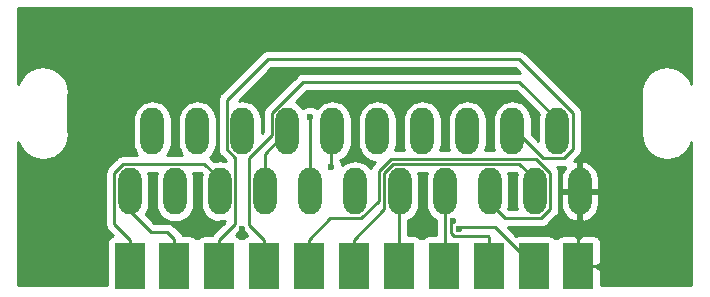
<source format=gbl>
G04 #@! TF.GenerationSoftware,KiCad,Pcbnew,(5.1.0)-1*
G04 #@! TF.CreationDate,2019-08-09T15:15:48-04:00*
G04 #@! TF.ProjectId,EUROSCART_2_JP21,4555524f-5343-4415-9254-5f325f4a5032,rev?*
G04 #@! TF.SameCoordinates,Original*
G04 #@! TF.FileFunction,Copper,L2,Bot*
G04 #@! TF.FilePolarity,Positive*
%FSLAX46Y46*%
G04 Gerber Fmt 4.6, Leading zero omitted, Abs format (unit mm)*
G04 Created by KiCad (PCBNEW (5.1.0)-1) date 2019-08-09 15:15:48*
%MOMM*%
%LPD*%
G04 APERTURE LIST*
%ADD10R,2.500000X4.000000*%
%ADD11O,1.981200X3.962400*%
%ADD12C,0.600000*%
%ADD13C,0.250000*%
%ADD14C,0.254000*%
G04 APERTURE END LIST*
D10*
X114725000Y-91840501D03*
X118525000Y-91840501D03*
X122325000Y-91840501D03*
X126125000Y-91840501D03*
X129925000Y-91840501D03*
X133725000Y-91840501D03*
X137525000Y-91840501D03*
X141325000Y-91840501D03*
X145125000Y-91840501D03*
X148925000Y-91840501D03*
X152725000Y-91840501D03*
D11*
X114750000Y-85480000D03*
X116655000Y-80400000D03*
X118560000Y-85480000D03*
X120465000Y-80400000D03*
X122370000Y-85480000D03*
X124275000Y-80400000D03*
X126180000Y-85480000D03*
X128085000Y-80400000D03*
X129990000Y-85480000D03*
X131895000Y-80400000D03*
X133800000Y-85480000D03*
X135705000Y-80400000D03*
X137610000Y-85480000D03*
X139515000Y-80400000D03*
X141420000Y-85480000D03*
X143325000Y-80400000D03*
X145230000Y-85480000D03*
X147135000Y-80400000D03*
X149040000Y-85480000D03*
X150945000Y-80400000D03*
X152850000Y-85480000D03*
D12*
X142100000Y-88000000D03*
X142575000Y-88643721D03*
X131800000Y-83400000D03*
X130000000Y-79200000D03*
X160000000Y-70400000D03*
X157500000Y-70400000D03*
X155000000Y-70400000D03*
X152500000Y-70400000D03*
X150000000Y-70400000D03*
X147500000Y-70400000D03*
X145000000Y-70400000D03*
X142500000Y-70400000D03*
X140000000Y-70400000D03*
X137500000Y-70400000D03*
X135000000Y-70400000D03*
X132500000Y-70400000D03*
X130000000Y-70400000D03*
X127500000Y-70400000D03*
X125000000Y-70400000D03*
X122500000Y-70400000D03*
X120000000Y-70400000D03*
X117500000Y-70400000D03*
X115000000Y-70400000D03*
X112500000Y-70400000D03*
X110000000Y-70400000D03*
X107500000Y-70400000D03*
X155000000Y-92500000D03*
X160000000Y-72500000D03*
X107500000Y-72500000D03*
X107500000Y-92500000D03*
X110000000Y-92500000D03*
X111700000Y-86200000D03*
X111700000Y-82500000D03*
X113300000Y-79700000D03*
X117000000Y-77300000D03*
X126200000Y-76700000D03*
X130500000Y-77300000D03*
X124200000Y-88700000D03*
X122600000Y-88200000D03*
X120300000Y-88600000D03*
X116600000Y-87400000D03*
X116600000Y-84200000D03*
X137600000Y-78000000D03*
X133800000Y-79500000D03*
X148400000Y-88800000D03*
X139500000Y-85400000D03*
X147100000Y-85400000D03*
X106800000Y-84900000D03*
X106900000Y-87600000D03*
X106500000Y-90000000D03*
X156600000Y-92600000D03*
X160300000Y-89900000D03*
X160600000Y-87600000D03*
X160600000Y-84900000D03*
X161100000Y-92499998D03*
D13*
X149040000Y-84489400D02*
X149040000Y-85480000D01*
X147724390Y-83173790D02*
X149040000Y-84489400D01*
X137065057Y-83173790D02*
X147724390Y-83173790D01*
X136294390Y-83944457D02*
X137065057Y-83173790D01*
X136294390Y-87021111D02*
X136294390Y-83944457D01*
X133725000Y-89590501D02*
X136294390Y-87021111D01*
X133725000Y-91840501D02*
X133725000Y-89590501D01*
X137525000Y-85565000D02*
X137610000Y-85480000D01*
X137525000Y-91840501D02*
X137525000Y-85565000D01*
X141420000Y-88580000D02*
X141420000Y-85480000D01*
X141400000Y-88600000D02*
X141420000Y-88580000D01*
X141400000Y-91015501D02*
X141400000Y-88600000D01*
X141325000Y-91840501D02*
X141325000Y-91090501D01*
X141325000Y-91090501D02*
X141400000Y-91015501D01*
X126180000Y-82305000D02*
X128085000Y-80400000D01*
X126180000Y-85480000D02*
X126180000Y-82305000D01*
X141900000Y-88200000D02*
X142100000Y-88000000D01*
X141900000Y-89000000D02*
X141900000Y-88200000D01*
X142200000Y-89300000D02*
X141900000Y-89000000D01*
X145100000Y-89300000D02*
X142200000Y-89300000D01*
X145125000Y-91840501D02*
X145125000Y-89325000D01*
X145125000Y-89325000D02*
X145100000Y-89300000D01*
X148925000Y-91840501D02*
X148925000Y-91090501D01*
X145619501Y-88500000D02*
X142550010Y-88500000D01*
X148925000Y-91840501D02*
X148925000Y-91805499D01*
X148925000Y-91805499D02*
X145619501Y-88500000D01*
X142550010Y-88500000D02*
X142550010Y-88618731D01*
X142550010Y-88618731D02*
X142575000Y-88643721D01*
X131800000Y-80495000D02*
X131895000Y-80400000D01*
X131800000Y-83400000D02*
X131800000Y-80495000D01*
X130000000Y-85470000D02*
X129990000Y-85480000D01*
X130000000Y-79200000D02*
X130000000Y-85470000D01*
X152725000Y-85605000D02*
X152850000Y-85480000D01*
X152725000Y-91840501D02*
X152725000Y-85605000D01*
X152725000Y-91840501D02*
X160440503Y-91840501D01*
X160800001Y-92199999D02*
X161100000Y-92499998D01*
X160440503Y-91840501D02*
X160800001Y-92199999D01*
X122370000Y-84489400D02*
X122370000Y-85480000D01*
X121054390Y-83173790D02*
X122370000Y-84489400D01*
X114205057Y-83173790D02*
X121054390Y-83173790D01*
X113434390Y-83944457D02*
X114205057Y-83173790D01*
X113434390Y-88299891D02*
X113434390Y-83944457D01*
X114725000Y-89590501D02*
X113434390Y-88299891D01*
X114725000Y-91840501D02*
X114725000Y-89590501D01*
X114750000Y-87150000D02*
X114750000Y-85480000D01*
X116500000Y-88900000D02*
X114750000Y-87150000D01*
X117900000Y-88900000D02*
X116500000Y-88900000D01*
X118525000Y-91840501D02*
X118525000Y-89525000D01*
X118525000Y-89525000D02*
X117900000Y-88900000D01*
X122325000Y-91840501D02*
X122325000Y-91090501D01*
X149753773Y-82706210D02*
X147447563Y-80400000D01*
X152260610Y-81935543D02*
X151489943Y-82706210D01*
X152260610Y-78864457D02*
X152260610Y-81935543D01*
X122325000Y-89590501D02*
X123685610Y-88229891D01*
X151489943Y-82706210D02*
X149753773Y-82706210D01*
X122325000Y-91840501D02*
X122325000Y-89590501D01*
X147696153Y-74300000D02*
X152260610Y-78864457D01*
X123685610Y-82661763D02*
X122959390Y-81935543D01*
X147447563Y-80400000D02*
X147135000Y-80400000D01*
X126400000Y-74300000D02*
X147696153Y-74300000D01*
X122959390Y-81935543D02*
X122959390Y-77740610D01*
X123685610Y-88229891D02*
X123685610Y-82661763D01*
X122959390Y-77740610D02*
X126400000Y-74300000D01*
X126125000Y-91840501D02*
X126125000Y-91090501D01*
X126769390Y-78864457D02*
X129433847Y-76200000D01*
X126769390Y-80756763D02*
X126769390Y-78864457D01*
X124864390Y-82661763D02*
X126769390Y-80756763D01*
X124864390Y-88329891D02*
X124864390Y-82661763D01*
X126125000Y-91840501D02*
X126125000Y-89590501D01*
X126125000Y-89590501D02*
X124864390Y-88329891D01*
X150945000Y-79409400D02*
X150945000Y-80400000D01*
X147735600Y-76200000D02*
X150945000Y-79409400D01*
X129433847Y-76200000D02*
X147735600Y-76200000D01*
X145230000Y-86470600D02*
X145230000Y-85480000D01*
X146545610Y-87786210D02*
X145230000Y-86470600D01*
X149584943Y-87786210D02*
X146545610Y-87786210D01*
X150355610Y-87015543D02*
X149584943Y-87786210D01*
X150355610Y-83944457D02*
X150355610Y-87015543D01*
X135844381Y-83758056D02*
X136878657Y-82723780D01*
X135844380Y-86286773D02*
X135844381Y-83758056D01*
X134344943Y-87786210D02*
X135844380Y-86286773D01*
X149134933Y-82723780D02*
X150355610Y-83944457D01*
X131729291Y-87786210D02*
X134344943Y-87786210D01*
X129925000Y-89590501D02*
X131729291Y-87786210D01*
X136878657Y-82723780D02*
X149134933Y-82723780D01*
X129925000Y-91840501D02*
X129925000Y-89590501D01*
D14*
G36*
X162290001Y-76437191D02*
G01*
X162245868Y-76298068D01*
X162222290Y-76243058D01*
X162199508Y-76187783D01*
X162195125Y-76179677D01*
X162051836Y-75919034D01*
X162018048Y-75869687D01*
X161984936Y-75819850D01*
X161979062Y-75812749D01*
X161787876Y-75584904D01*
X161745146Y-75543060D01*
X161702987Y-75500605D01*
X161695846Y-75494781D01*
X161464045Y-75308408D01*
X161414031Y-75275680D01*
X161364398Y-75242202D01*
X161356261Y-75237876D01*
X161092675Y-75100077D01*
X161037219Y-75077672D01*
X160982068Y-75054488D01*
X160973246Y-75051825D01*
X160687915Y-74967847D01*
X160629175Y-74956642D01*
X160570558Y-74944609D01*
X160561386Y-74943710D01*
X160265178Y-74916753D01*
X160205361Y-74917171D01*
X160145544Y-74916753D01*
X160136372Y-74917653D01*
X159840569Y-74948742D01*
X159781972Y-74960771D01*
X159723210Y-74971980D01*
X159714388Y-74974644D01*
X159430257Y-75062598D01*
X159375139Y-75085768D01*
X159319650Y-75108186D01*
X159311514Y-75112513D01*
X159049878Y-75253979D01*
X159000311Y-75287412D01*
X158950232Y-75320183D01*
X158943091Y-75326008D01*
X158713915Y-75515597D01*
X158671774Y-75558034D01*
X158629024Y-75599897D01*
X158623150Y-75606998D01*
X158435164Y-75837492D01*
X158402049Y-75887334D01*
X158368265Y-75936674D01*
X158363882Y-75944781D01*
X158224246Y-76207399D01*
X158201458Y-76262687D01*
X158177886Y-76317683D01*
X158175162Y-76326487D01*
X158089193Y-76611225D01*
X158077570Y-76669925D01*
X158065137Y-76728419D01*
X158064174Y-76737584D01*
X158035150Y-77033596D01*
X158035150Y-77162406D01*
X158055801Y-77266697D01*
X158055800Y-80487952D01*
X158045478Y-80521300D01*
X158036932Y-80602622D01*
X158035299Y-80610870D01*
X158035299Y-80618164D01*
X158032016Y-80649404D01*
X158032016Y-80658620D01*
X158032165Y-80679898D01*
X158035298Y-80709700D01*
X158035298Y-80739680D01*
X158036262Y-80748844D01*
X158069416Y-81044424D01*
X158081853Y-81102936D01*
X158093471Y-81161614D01*
X158096196Y-81170413D01*
X158096197Y-81170419D01*
X158096199Y-81170425D01*
X158186130Y-81453928D01*
X158209691Y-81508899D01*
X158232491Y-81564217D01*
X158236874Y-81572323D01*
X158380163Y-81832965D01*
X158413947Y-81882305D01*
X158447062Y-81932147D01*
X158452936Y-81939247D01*
X158644122Y-82167094D01*
X158686853Y-82208939D01*
X158729013Y-82251395D01*
X158736155Y-82257219D01*
X158967956Y-82443591D01*
X159017968Y-82476318D01*
X159067600Y-82509795D01*
X159075737Y-82514121D01*
X159339323Y-82651921D01*
X159394783Y-82674328D01*
X159449931Y-82697511D01*
X159458753Y-82700174D01*
X159744083Y-82784152D01*
X159802837Y-82795360D01*
X159861441Y-82807390D01*
X159870613Y-82808289D01*
X160166820Y-82835246D01*
X160226638Y-82834828D01*
X160286455Y-82835246D01*
X160295626Y-82834347D01*
X160591430Y-82803257D01*
X160650017Y-82791230D01*
X160708787Y-82780020D01*
X160717609Y-82777356D01*
X161001740Y-82689403D01*
X161056883Y-82666223D01*
X161112348Y-82643814D01*
X161120485Y-82639487D01*
X161382121Y-82498021D01*
X161431705Y-82464576D01*
X161481768Y-82431816D01*
X161488909Y-82425992D01*
X161718085Y-82236401D01*
X161760224Y-82193966D01*
X161802974Y-82152103D01*
X161808848Y-82145002D01*
X161996834Y-81914509D01*
X162029938Y-81864682D01*
X162063733Y-81815327D01*
X162068116Y-81807221D01*
X162207753Y-81544603D01*
X162230560Y-81489269D01*
X162254114Y-81434314D01*
X162256838Y-81425515D01*
X162256840Y-81425509D01*
X162290001Y-81315674D01*
X162290000Y-93390000D01*
X154612265Y-93390000D01*
X154610000Y-92126251D01*
X154451250Y-91967501D01*
X154327000Y-91967501D01*
X154327000Y-91713501D01*
X154451250Y-91713501D01*
X154610000Y-91554751D01*
X154613072Y-89840501D01*
X154600812Y-89716019D01*
X154564502Y-89596321D01*
X154505537Y-89486007D01*
X154426185Y-89389316D01*
X154329494Y-89309964D01*
X154219180Y-89250999D01*
X154099482Y-89214689D01*
X153975000Y-89202429D01*
X153010750Y-89205501D01*
X152852000Y-89364251D01*
X152852000Y-89473000D01*
X152598000Y-89473000D01*
X152598000Y-89364251D01*
X152439250Y-89205501D01*
X151475000Y-89202429D01*
X151350518Y-89214689D01*
X151230820Y-89250999D01*
X151120506Y-89309964D01*
X151023815Y-89389316D01*
X150955138Y-89473000D01*
X150694862Y-89473000D01*
X150626185Y-89389316D01*
X150529494Y-89309964D01*
X150419180Y-89250999D01*
X150299482Y-89214689D01*
X150175000Y-89202429D01*
X147675000Y-89202429D01*
X147550518Y-89214689D01*
X147441931Y-89247629D01*
X146740512Y-88546210D01*
X149547621Y-88546210D01*
X149584943Y-88549886D01*
X149622265Y-88546210D01*
X149622276Y-88546210D01*
X149733929Y-88535213D01*
X149877190Y-88491756D01*
X150009219Y-88421184D01*
X150124944Y-88326211D01*
X150148746Y-88297208D01*
X150866612Y-87579342D01*
X150895611Y-87555544D01*
X150990584Y-87439819D01*
X151061156Y-87307790D01*
X151104613Y-87164529D01*
X151115610Y-87052876D01*
X151115610Y-87052868D01*
X151119286Y-87015543D01*
X151115610Y-86978218D01*
X151115610Y-85607000D01*
X151224400Y-85607000D01*
X151224400Y-86597600D01*
X151280412Y-86912299D01*
X151396742Y-87210023D01*
X151568920Y-87479332D01*
X151790329Y-87709876D01*
X152052461Y-87892795D01*
X152345242Y-88021060D01*
X152471041Y-88051411D01*
X152723000Y-87931942D01*
X152723000Y-85607000D01*
X152977000Y-85607000D01*
X152977000Y-87931942D01*
X153228959Y-88051411D01*
X153354758Y-88021060D01*
X153647539Y-87892795D01*
X153909671Y-87709876D01*
X154131080Y-87479332D01*
X154303258Y-87210023D01*
X154419588Y-86912299D01*
X154475600Y-86597600D01*
X154475600Y-85607000D01*
X152977000Y-85607000D01*
X152723000Y-85607000D01*
X151224400Y-85607000D01*
X151115610Y-85607000D01*
X151115610Y-83981780D01*
X151119286Y-83944457D01*
X151115610Y-83907134D01*
X151115610Y-83907124D01*
X151104613Y-83795471D01*
X151061156Y-83652210D01*
X150990584Y-83520180D01*
X150946291Y-83466210D01*
X151452621Y-83466210D01*
X151489943Y-83469886D01*
X151527265Y-83466210D01*
X151527276Y-83466210D01*
X151588606Y-83460169D01*
X151568920Y-83480668D01*
X151396742Y-83749977D01*
X151280412Y-84047701D01*
X151224400Y-84362400D01*
X151224400Y-85353000D01*
X152723000Y-85353000D01*
X152723000Y-83028058D01*
X152977000Y-83028058D01*
X152977000Y-85353000D01*
X154475600Y-85353000D01*
X154475600Y-84362400D01*
X154419588Y-84047701D01*
X154303258Y-83749977D01*
X154131080Y-83480668D01*
X153909671Y-83250124D01*
X153647539Y-83067205D01*
X153354758Y-82938940D01*
X153228959Y-82908589D01*
X152977000Y-83028058D01*
X152723000Y-83028058D01*
X152471041Y-82908589D01*
X152345242Y-82938940D01*
X152321701Y-82949253D01*
X152771612Y-82499342D01*
X152800611Y-82475544D01*
X152895584Y-82359819D01*
X152966156Y-82227790D01*
X153009613Y-82084529D01*
X153020610Y-81972876D01*
X153020610Y-81972868D01*
X153024286Y-81935543D01*
X153020610Y-81898218D01*
X153020610Y-78901779D01*
X153024286Y-78864457D01*
X153020610Y-78827134D01*
X153020610Y-78827124D01*
X153009613Y-78715471D01*
X152966156Y-78572210D01*
X152931674Y-78507700D01*
X152895584Y-78440180D01*
X152824409Y-78353454D01*
X152800611Y-78324456D01*
X152771614Y-78300659D01*
X148259957Y-73789003D01*
X148236154Y-73759999D01*
X148120429Y-73665026D01*
X147988400Y-73594454D01*
X147845139Y-73550997D01*
X147733486Y-73540000D01*
X147733475Y-73540000D01*
X147696153Y-73536324D01*
X147658831Y-73540000D01*
X126437322Y-73540000D01*
X126399999Y-73536324D01*
X126362676Y-73540000D01*
X126362667Y-73540000D01*
X126251014Y-73550997D01*
X126107753Y-73594454D01*
X125975724Y-73665026D01*
X125859999Y-73759999D01*
X125836201Y-73788997D01*
X122448388Y-77176811D01*
X122419390Y-77200609D01*
X122395592Y-77229607D01*
X122395591Y-77229608D01*
X122324416Y-77316334D01*
X122253844Y-77448364D01*
X122210388Y-77591625D01*
X122195714Y-77740610D01*
X122199391Y-77777942D01*
X122199390Y-81898220D01*
X122195714Y-81935543D01*
X122199390Y-81972865D01*
X122199390Y-81972875D01*
X122210387Y-82084528D01*
X122240494Y-82183779D01*
X122253844Y-82227789D01*
X122324416Y-82359819D01*
X122357506Y-82400139D01*
X122419389Y-82475544D01*
X122448392Y-82499346D01*
X122900678Y-82951633D01*
X122688673Y-82887322D01*
X122370000Y-82855935D01*
X122051328Y-82887322D01*
X121891275Y-82935873D01*
X121618194Y-82662793D01*
X121594391Y-82633789D01*
X121553504Y-82600234D01*
X121620034Y-82545634D01*
X121823177Y-82298105D01*
X121974125Y-82015700D01*
X122067078Y-81709273D01*
X122090600Y-81470454D01*
X122090600Y-79329546D01*
X122067078Y-79090727D01*
X121974125Y-78784300D01*
X121823177Y-78501895D01*
X121620034Y-78254366D01*
X121372505Y-78051223D01*
X121090100Y-77900275D01*
X120783673Y-77807322D01*
X120465000Y-77775935D01*
X120146328Y-77807322D01*
X119839901Y-77900275D01*
X119557496Y-78051223D01*
X119309967Y-78254366D01*
X119106824Y-78501895D01*
X118955876Y-78784300D01*
X118862923Y-79090727D01*
X118839401Y-79329546D01*
X118839400Y-81470453D01*
X118862922Y-81709272D01*
X118955875Y-82015699D01*
X119106823Y-82298104D01*
X119201764Y-82413790D01*
X117918236Y-82413790D01*
X118013177Y-82298105D01*
X118164125Y-82015700D01*
X118257078Y-81709273D01*
X118280600Y-81470454D01*
X118280600Y-79329546D01*
X118257078Y-79090727D01*
X118164125Y-78784300D01*
X118013177Y-78501895D01*
X117810034Y-78254366D01*
X117562505Y-78051223D01*
X117280100Y-77900275D01*
X116973673Y-77807322D01*
X116655000Y-77775935D01*
X116336328Y-77807322D01*
X116029901Y-77900275D01*
X115747496Y-78051223D01*
X115499967Y-78254366D01*
X115296824Y-78501895D01*
X115145876Y-78784300D01*
X115052923Y-79090727D01*
X115029401Y-79329546D01*
X115029400Y-81470453D01*
X115052922Y-81709272D01*
X115145875Y-82015699D01*
X115296823Y-82298104D01*
X115391764Y-82413790D01*
X114242382Y-82413790D01*
X114205057Y-82410114D01*
X114167732Y-82413790D01*
X114167724Y-82413790D01*
X114056071Y-82424787D01*
X113912810Y-82468244D01*
X113780781Y-82538816D01*
X113665056Y-82633789D01*
X113641258Y-82662788D01*
X112923388Y-83380658D01*
X112894390Y-83404456D01*
X112870592Y-83433454D01*
X112870591Y-83433455D01*
X112799416Y-83520181D01*
X112728844Y-83652211D01*
X112685388Y-83795472D01*
X112670714Y-83944457D01*
X112674391Y-83981789D01*
X112674390Y-88262568D01*
X112670714Y-88299891D01*
X112674390Y-88337213D01*
X112674390Y-88337223D01*
X112685387Y-88448876D01*
X112716028Y-88549886D01*
X112728844Y-88592137D01*
X112799416Y-88724167D01*
X112831942Y-88763799D01*
X112894389Y-88839892D01*
X112923393Y-88863695D01*
X113292106Y-89232408D01*
X113230820Y-89250999D01*
X113120506Y-89309964D01*
X113023815Y-89389316D01*
X112944463Y-89486007D01*
X112885498Y-89596321D01*
X112849188Y-89716019D01*
X112836928Y-89840501D01*
X112836928Y-93390000D01*
X105310000Y-93390000D01*
X105310000Y-81314810D01*
X105354130Y-81453928D01*
X105377691Y-81508899D01*
X105400491Y-81564217D01*
X105404874Y-81572323D01*
X105548163Y-81832965D01*
X105581947Y-81882305D01*
X105615062Y-81932147D01*
X105620936Y-81939247D01*
X105812122Y-82167094D01*
X105854853Y-82208939D01*
X105897013Y-82251395D01*
X105904155Y-82257219D01*
X106135956Y-82443591D01*
X106185968Y-82476318D01*
X106235600Y-82509795D01*
X106243737Y-82514121D01*
X106507323Y-82651921D01*
X106562783Y-82674328D01*
X106617931Y-82697511D01*
X106626753Y-82700174D01*
X106912083Y-82784152D01*
X106970837Y-82795360D01*
X107029441Y-82807390D01*
X107038613Y-82808289D01*
X107334820Y-82835246D01*
X107394638Y-82834828D01*
X107454455Y-82835246D01*
X107463626Y-82834347D01*
X107759430Y-82803257D01*
X107818017Y-82791230D01*
X107876787Y-82780020D01*
X107885609Y-82777356D01*
X108169740Y-82689403D01*
X108224883Y-82666223D01*
X108280348Y-82643814D01*
X108288485Y-82639487D01*
X108550121Y-82498021D01*
X108599705Y-82464576D01*
X108649768Y-82431816D01*
X108656909Y-82425992D01*
X108886085Y-82236401D01*
X108928224Y-82193966D01*
X108970974Y-82152103D01*
X108976848Y-82145002D01*
X109164834Y-81914509D01*
X109197938Y-81864682D01*
X109231733Y-81815327D01*
X109236116Y-81807221D01*
X109375753Y-81544603D01*
X109398560Y-81489269D01*
X109422114Y-81434314D01*
X109424838Y-81425515D01*
X109424840Y-81425509D01*
X109510806Y-81140773D01*
X109522422Y-81082108D01*
X109534862Y-81023584D01*
X109535825Y-81014419D01*
X109564850Y-80718406D01*
X109564850Y-80589596D01*
X109544200Y-80485305D01*
X109544200Y-77264047D01*
X109554522Y-77230699D01*
X109563068Y-77149377D01*
X109564701Y-77141129D01*
X109564701Y-77133835D01*
X109567984Y-77102594D01*
X109567984Y-77093379D01*
X109567835Y-77072100D01*
X109564702Y-77042298D01*
X109564702Y-77012319D01*
X109563738Y-77003154D01*
X109530584Y-76707575D01*
X109518151Y-76649081D01*
X109506528Y-76590381D01*
X109503803Y-76581578D01*
X109413868Y-76298068D01*
X109390290Y-76243058D01*
X109367508Y-76187783D01*
X109363125Y-76179677D01*
X109219836Y-75919034D01*
X109186048Y-75869687D01*
X109152936Y-75819850D01*
X109147062Y-75812749D01*
X108955876Y-75584904D01*
X108913146Y-75543060D01*
X108870987Y-75500605D01*
X108863846Y-75494781D01*
X108632045Y-75308408D01*
X108582031Y-75275680D01*
X108532398Y-75242202D01*
X108524261Y-75237876D01*
X108260675Y-75100077D01*
X108205219Y-75077672D01*
X108150068Y-75054488D01*
X108141246Y-75051825D01*
X107855915Y-74967847D01*
X107797175Y-74956642D01*
X107738558Y-74944609D01*
X107729386Y-74943710D01*
X107433178Y-74916753D01*
X107373361Y-74917171D01*
X107313544Y-74916753D01*
X107304372Y-74917653D01*
X107008569Y-74948742D01*
X106949972Y-74960771D01*
X106891210Y-74971980D01*
X106882388Y-74974644D01*
X106598257Y-75062598D01*
X106543139Y-75085768D01*
X106487650Y-75108186D01*
X106479514Y-75112513D01*
X106217878Y-75253979D01*
X106168311Y-75287412D01*
X106118232Y-75320183D01*
X106111091Y-75326008D01*
X105881915Y-75515597D01*
X105839774Y-75558034D01*
X105797024Y-75599897D01*
X105791150Y-75606998D01*
X105603164Y-75837492D01*
X105570049Y-75887334D01*
X105536265Y-75936674D01*
X105531882Y-75944781D01*
X105392246Y-76207399D01*
X105369458Y-76262687D01*
X105345886Y-76317683D01*
X105343162Y-76326487D01*
X105310000Y-76436323D01*
X105310000Y-70010000D01*
X162290001Y-70010000D01*
X162290001Y-76437191D01*
X162290001Y-76437191D01*
G37*
X162290001Y-76437191D02*
X162245868Y-76298068D01*
X162222290Y-76243058D01*
X162199508Y-76187783D01*
X162195125Y-76179677D01*
X162051836Y-75919034D01*
X162018048Y-75869687D01*
X161984936Y-75819850D01*
X161979062Y-75812749D01*
X161787876Y-75584904D01*
X161745146Y-75543060D01*
X161702987Y-75500605D01*
X161695846Y-75494781D01*
X161464045Y-75308408D01*
X161414031Y-75275680D01*
X161364398Y-75242202D01*
X161356261Y-75237876D01*
X161092675Y-75100077D01*
X161037219Y-75077672D01*
X160982068Y-75054488D01*
X160973246Y-75051825D01*
X160687915Y-74967847D01*
X160629175Y-74956642D01*
X160570558Y-74944609D01*
X160561386Y-74943710D01*
X160265178Y-74916753D01*
X160205361Y-74917171D01*
X160145544Y-74916753D01*
X160136372Y-74917653D01*
X159840569Y-74948742D01*
X159781972Y-74960771D01*
X159723210Y-74971980D01*
X159714388Y-74974644D01*
X159430257Y-75062598D01*
X159375139Y-75085768D01*
X159319650Y-75108186D01*
X159311514Y-75112513D01*
X159049878Y-75253979D01*
X159000311Y-75287412D01*
X158950232Y-75320183D01*
X158943091Y-75326008D01*
X158713915Y-75515597D01*
X158671774Y-75558034D01*
X158629024Y-75599897D01*
X158623150Y-75606998D01*
X158435164Y-75837492D01*
X158402049Y-75887334D01*
X158368265Y-75936674D01*
X158363882Y-75944781D01*
X158224246Y-76207399D01*
X158201458Y-76262687D01*
X158177886Y-76317683D01*
X158175162Y-76326487D01*
X158089193Y-76611225D01*
X158077570Y-76669925D01*
X158065137Y-76728419D01*
X158064174Y-76737584D01*
X158035150Y-77033596D01*
X158035150Y-77162406D01*
X158055801Y-77266697D01*
X158055800Y-80487952D01*
X158045478Y-80521300D01*
X158036932Y-80602622D01*
X158035299Y-80610870D01*
X158035299Y-80618164D01*
X158032016Y-80649404D01*
X158032016Y-80658620D01*
X158032165Y-80679898D01*
X158035298Y-80709700D01*
X158035298Y-80739680D01*
X158036262Y-80748844D01*
X158069416Y-81044424D01*
X158081853Y-81102936D01*
X158093471Y-81161614D01*
X158096196Y-81170413D01*
X158096197Y-81170419D01*
X158096199Y-81170425D01*
X158186130Y-81453928D01*
X158209691Y-81508899D01*
X158232491Y-81564217D01*
X158236874Y-81572323D01*
X158380163Y-81832965D01*
X158413947Y-81882305D01*
X158447062Y-81932147D01*
X158452936Y-81939247D01*
X158644122Y-82167094D01*
X158686853Y-82208939D01*
X158729013Y-82251395D01*
X158736155Y-82257219D01*
X158967956Y-82443591D01*
X159017968Y-82476318D01*
X159067600Y-82509795D01*
X159075737Y-82514121D01*
X159339323Y-82651921D01*
X159394783Y-82674328D01*
X159449931Y-82697511D01*
X159458753Y-82700174D01*
X159744083Y-82784152D01*
X159802837Y-82795360D01*
X159861441Y-82807390D01*
X159870613Y-82808289D01*
X160166820Y-82835246D01*
X160226638Y-82834828D01*
X160286455Y-82835246D01*
X160295626Y-82834347D01*
X160591430Y-82803257D01*
X160650017Y-82791230D01*
X160708787Y-82780020D01*
X160717609Y-82777356D01*
X161001740Y-82689403D01*
X161056883Y-82666223D01*
X161112348Y-82643814D01*
X161120485Y-82639487D01*
X161382121Y-82498021D01*
X161431705Y-82464576D01*
X161481768Y-82431816D01*
X161488909Y-82425992D01*
X161718085Y-82236401D01*
X161760224Y-82193966D01*
X161802974Y-82152103D01*
X161808848Y-82145002D01*
X161996834Y-81914509D01*
X162029938Y-81864682D01*
X162063733Y-81815327D01*
X162068116Y-81807221D01*
X162207753Y-81544603D01*
X162230560Y-81489269D01*
X162254114Y-81434314D01*
X162256838Y-81425515D01*
X162256840Y-81425509D01*
X162290001Y-81315674D01*
X162290000Y-93390000D01*
X154612265Y-93390000D01*
X154610000Y-92126251D01*
X154451250Y-91967501D01*
X154327000Y-91967501D01*
X154327000Y-91713501D01*
X154451250Y-91713501D01*
X154610000Y-91554751D01*
X154613072Y-89840501D01*
X154600812Y-89716019D01*
X154564502Y-89596321D01*
X154505537Y-89486007D01*
X154426185Y-89389316D01*
X154329494Y-89309964D01*
X154219180Y-89250999D01*
X154099482Y-89214689D01*
X153975000Y-89202429D01*
X153010750Y-89205501D01*
X152852000Y-89364251D01*
X152852000Y-89473000D01*
X152598000Y-89473000D01*
X152598000Y-89364251D01*
X152439250Y-89205501D01*
X151475000Y-89202429D01*
X151350518Y-89214689D01*
X151230820Y-89250999D01*
X151120506Y-89309964D01*
X151023815Y-89389316D01*
X150955138Y-89473000D01*
X150694862Y-89473000D01*
X150626185Y-89389316D01*
X150529494Y-89309964D01*
X150419180Y-89250999D01*
X150299482Y-89214689D01*
X150175000Y-89202429D01*
X147675000Y-89202429D01*
X147550518Y-89214689D01*
X147441931Y-89247629D01*
X146740512Y-88546210D01*
X149547621Y-88546210D01*
X149584943Y-88549886D01*
X149622265Y-88546210D01*
X149622276Y-88546210D01*
X149733929Y-88535213D01*
X149877190Y-88491756D01*
X150009219Y-88421184D01*
X150124944Y-88326211D01*
X150148746Y-88297208D01*
X150866612Y-87579342D01*
X150895611Y-87555544D01*
X150990584Y-87439819D01*
X151061156Y-87307790D01*
X151104613Y-87164529D01*
X151115610Y-87052876D01*
X151115610Y-87052868D01*
X151119286Y-87015543D01*
X151115610Y-86978218D01*
X151115610Y-85607000D01*
X151224400Y-85607000D01*
X151224400Y-86597600D01*
X151280412Y-86912299D01*
X151396742Y-87210023D01*
X151568920Y-87479332D01*
X151790329Y-87709876D01*
X152052461Y-87892795D01*
X152345242Y-88021060D01*
X152471041Y-88051411D01*
X152723000Y-87931942D01*
X152723000Y-85607000D01*
X152977000Y-85607000D01*
X152977000Y-87931942D01*
X153228959Y-88051411D01*
X153354758Y-88021060D01*
X153647539Y-87892795D01*
X153909671Y-87709876D01*
X154131080Y-87479332D01*
X154303258Y-87210023D01*
X154419588Y-86912299D01*
X154475600Y-86597600D01*
X154475600Y-85607000D01*
X152977000Y-85607000D01*
X152723000Y-85607000D01*
X151224400Y-85607000D01*
X151115610Y-85607000D01*
X151115610Y-83981780D01*
X151119286Y-83944457D01*
X151115610Y-83907134D01*
X151115610Y-83907124D01*
X151104613Y-83795471D01*
X151061156Y-83652210D01*
X150990584Y-83520180D01*
X150946291Y-83466210D01*
X151452621Y-83466210D01*
X151489943Y-83469886D01*
X151527265Y-83466210D01*
X151527276Y-83466210D01*
X151588606Y-83460169D01*
X151568920Y-83480668D01*
X151396742Y-83749977D01*
X151280412Y-84047701D01*
X151224400Y-84362400D01*
X151224400Y-85353000D01*
X152723000Y-85353000D01*
X152723000Y-83028058D01*
X152977000Y-83028058D01*
X152977000Y-85353000D01*
X154475600Y-85353000D01*
X154475600Y-84362400D01*
X154419588Y-84047701D01*
X154303258Y-83749977D01*
X154131080Y-83480668D01*
X153909671Y-83250124D01*
X153647539Y-83067205D01*
X153354758Y-82938940D01*
X153228959Y-82908589D01*
X152977000Y-83028058D01*
X152723000Y-83028058D01*
X152471041Y-82908589D01*
X152345242Y-82938940D01*
X152321701Y-82949253D01*
X152771612Y-82499342D01*
X152800611Y-82475544D01*
X152895584Y-82359819D01*
X152966156Y-82227790D01*
X153009613Y-82084529D01*
X153020610Y-81972876D01*
X153020610Y-81972868D01*
X153024286Y-81935543D01*
X153020610Y-81898218D01*
X153020610Y-78901779D01*
X153024286Y-78864457D01*
X153020610Y-78827134D01*
X153020610Y-78827124D01*
X153009613Y-78715471D01*
X152966156Y-78572210D01*
X152931674Y-78507700D01*
X152895584Y-78440180D01*
X152824409Y-78353454D01*
X152800611Y-78324456D01*
X152771614Y-78300659D01*
X148259957Y-73789003D01*
X148236154Y-73759999D01*
X148120429Y-73665026D01*
X147988400Y-73594454D01*
X147845139Y-73550997D01*
X147733486Y-73540000D01*
X147733475Y-73540000D01*
X147696153Y-73536324D01*
X147658831Y-73540000D01*
X126437322Y-73540000D01*
X126399999Y-73536324D01*
X126362676Y-73540000D01*
X126362667Y-73540000D01*
X126251014Y-73550997D01*
X126107753Y-73594454D01*
X125975724Y-73665026D01*
X125859999Y-73759999D01*
X125836201Y-73788997D01*
X122448388Y-77176811D01*
X122419390Y-77200609D01*
X122395592Y-77229607D01*
X122395591Y-77229608D01*
X122324416Y-77316334D01*
X122253844Y-77448364D01*
X122210388Y-77591625D01*
X122195714Y-77740610D01*
X122199391Y-77777942D01*
X122199390Y-81898220D01*
X122195714Y-81935543D01*
X122199390Y-81972865D01*
X122199390Y-81972875D01*
X122210387Y-82084528D01*
X122240494Y-82183779D01*
X122253844Y-82227789D01*
X122324416Y-82359819D01*
X122357506Y-82400139D01*
X122419389Y-82475544D01*
X122448392Y-82499346D01*
X122900678Y-82951633D01*
X122688673Y-82887322D01*
X122370000Y-82855935D01*
X122051328Y-82887322D01*
X121891275Y-82935873D01*
X121618194Y-82662793D01*
X121594391Y-82633789D01*
X121553504Y-82600234D01*
X121620034Y-82545634D01*
X121823177Y-82298105D01*
X121974125Y-82015700D01*
X122067078Y-81709273D01*
X122090600Y-81470454D01*
X122090600Y-79329546D01*
X122067078Y-79090727D01*
X121974125Y-78784300D01*
X121823177Y-78501895D01*
X121620034Y-78254366D01*
X121372505Y-78051223D01*
X121090100Y-77900275D01*
X120783673Y-77807322D01*
X120465000Y-77775935D01*
X120146328Y-77807322D01*
X119839901Y-77900275D01*
X119557496Y-78051223D01*
X119309967Y-78254366D01*
X119106824Y-78501895D01*
X118955876Y-78784300D01*
X118862923Y-79090727D01*
X118839401Y-79329546D01*
X118839400Y-81470453D01*
X118862922Y-81709272D01*
X118955875Y-82015699D01*
X119106823Y-82298104D01*
X119201764Y-82413790D01*
X117918236Y-82413790D01*
X118013177Y-82298105D01*
X118164125Y-82015700D01*
X118257078Y-81709273D01*
X118280600Y-81470454D01*
X118280600Y-79329546D01*
X118257078Y-79090727D01*
X118164125Y-78784300D01*
X118013177Y-78501895D01*
X117810034Y-78254366D01*
X117562505Y-78051223D01*
X117280100Y-77900275D01*
X116973673Y-77807322D01*
X116655000Y-77775935D01*
X116336328Y-77807322D01*
X116029901Y-77900275D01*
X115747496Y-78051223D01*
X115499967Y-78254366D01*
X115296824Y-78501895D01*
X115145876Y-78784300D01*
X115052923Y-79090727D01*
X115029401Y-79329546D01*
X115029400Y-81470453D01*
X115052922Y-81709272D01*
X115145875Y-82015699D01*
X115296823Y-82298104D01*
X115391764Y-82413790D01*
X114242382Y-82413790D01*
X114205057Y-82410114D01*
X114167732Y-82413790D01*
X114167724Y-82413790D01*
X114056071Y-82424787D01*
X113912810Y-82468244D01*
X113780781Y-82538816D01*
X113665056Y-82633789D01*
X113641258Y-82662788D01*
X112923388Y-83380658D01*
X112894390Y-83404456D01*
X112870592Y-83433454D01*
X112870591Y-83433455D01*
X112799416Y-83520181D01*
X112728844Y-83652211D01*
X112685388Y-83795472D01*
X112670714Y-83944457D01*
X112674391Y-83981789D01*
X112674390Y-88262568D01*
X112670714Y-88299891D01*
X112674390Y-88337213D01*
X112674390Y-88337223D01*
X112685387Y-88448876D01*
X112716028Y-88549886D01*
X112728844Y-88592137D01*
X112799416Y-88724167D01*
X112831942Y-88763799D01*
X112894389Y-88839892D01*
X112923393Y-88863695D01*
X113292106Y-89232408D01*
X113230820Y-89250999D01*
X113120506Y-89309964D01*
X113023815Y-89389316D01*
X112944463Y-89486007D01*
X112885498Y-89596321D01*
X112849188Y-89716019D01*
X112836928Y-89840501D01*
X112836928Y-93390000D01*
X105310000Y-93390000D01*
X105310000Y-81314810D01*
X105354130Y-81453928D01*
X105377691Y-81508899D01*
X105400491Y-81564217D01*
X105404874Y-81572323D01*
X105548163Y-81832965D01*
X105581947Y-81882305D01*
X105615062Y-81932147D01*
X105620936Y-81939247D01*
X105812122Y-82167094D01*
X105854853Y-82208939D01*
X105897013Y-82251395D01*
X105904155Y-82257219D01*
X106135956Y-82443591D01*
X106185968Y-82476318D01*
X106235600Y-82509795D01*
X106243737Y-82514121D01*
X106507323Y-82651921D01*
X106562783Y-82674328D01*
X106617931Y-82697511D01*
X106626753Y-82700174D01*
X106912083Y-82784152D01*
X106970837Y-82795360D01*
X107029441Y-82807390D01*
X107038613Y-82808289D01*
X107334820Y-82835246D01*
X107394638Y-82834828D01*
X107454455Y-82835246D01*
X107463626Y-82834347D01*
X107759430Y-82803257D01*
X107818017Y-82791230D01*
X107876787Y-82780020D01*
X107885609Y-82777356D01*
X108169740Y-82689403D01*
X108224883Y-82666223D01*
X108280348Y-82643814D01*
X108288485Y-82639487D01*
X108550121Y-82498021D01*
X108599705Y-82464576D01*
X108649768Y-82431816D01*
X108656909Y-82425992D01*
X108886085Y-82236401D01*
X108928224Y-82193966D01*
X108970974Y-82152103D01*
X108976848Y-82145002D01*
X109164834Y-81914509D01*
X109197938Y-81864682D01*
X109231733Y-81815327D01*
X109236116Y-81807221D01*
X109375753Y-81544603D01*
X109398560Y-81489269D01*
X109422114Y-81434314D01*
X109424838Y-81425515D01*
X109424840Y-81425509D01*
X109510806Y-81140773D01*
X109522422Y-81082108D01*
X109534862Y-81023584D01*
X109535825Y-81014419D01*
X109564850Y-80718406D01*
X109564850Y-80589596D01*
X109544200Y-80485305D01*
X109544200Y-77264047D01*
X109554522Y-77230699D01*
X109563068Y-77149377D01*
X109564701Y-77141129D01*
X109564701Y-77133835D01*
X109567984Y-77102594D01*
X109567984Y-77093379D01*
X109567835Y-77072100D01*
X109564702Y-77042298D01*
X109564702Y-77012319D01*
X109563738Y-77003154D01*
X109530584Y-76707575D01*
X109518151Y-76649081D01*
X109506528Y-76590381D01*
X109503803Y-76581578D01*
X109413868Y-76298068D01*
X109390290Y-76243058D01*
X109367508Y-76187783D01*
X109363125Y-76179677D01*
X109219836Y-75919034D01*
X109186048Y-75869687D01*
X109152936Y-75819850D01*
X109147062Y-75812749D01*
X108955876Y-75584904D01*
X108913146Y-75543060D01*
X108870987Y-75500605D01*
X108863846Y-75494781D01*
X108632045Y-75308408D01*
X108582031Y-75275680D01*
X108532398Y-75242202D01*
X108524261Y-75237876D01*
X108260675Y-75100077D01*
X108205219Y-75077672D01*
X108150068Y-75054488D01*
X108141246Y-75051825D01*
X107855915Y-74967847D01*
X107797175Y-74956642D01*
X107738558Y-74944609D01*
X107729386Y-74943710D01*
X107433178Y-74916753D01*
X107373361Y-74917171D01*
X107313544Y-74916753D01*
X107304372Y-74917653D01*
X107008569Y-74948742D01*
X106949972Y-74960771D01*
X106891210Y-74971980D01*
X106882388Y-74974644D01*
X106598257Y-75062598D01*
X106543139Y-75085768D01*
X106487650Y-75108186D01*
X106479514Y-75112513D01*
X106217878Y-75253979D01*
X106168311Y-75287412D01*
X106118232Y-75320183D01*
X106111091Y-75326008D01*
X105881915Y-75515597D01*
X105839774Y-75558034D01*
X105797024Y-75599897D01*
X105791150Y-75606998D01*
X105603164Y-75837492D01*
X105570049Y-75887334D01*
X105536265Y-75936674D01*
X105531882Y-75944781D01*
X105392246Y-76207399D01*
X105369458Y-76262687D01*
X105345886Y-76317683D01*
X105343162Y-76326487D01*
X105310000Y-76436323D01*
X105310000Y-70010000D01*
X162290001Y-70010000D01*
X162290001Y-76437191D01*
G36*
X124260667Y-88792246D02*
G01*
X124324389Y-88869892D01*
X124353393Y-88893695D01*
X124692106Y-89232408D01*
X124630820Y-89250999D01*
X124520506Y-89309964D01*
X124423815Y-89389316D01*
X124355138Y-89473000D01*
X124094862Y-89473000D01*
X124026185Y-89389316D01*
X123929494Y-89309964D01*
X123819180Y-89250999D01*
X123757894Y-89232408D01*
X124196614Y-88793689D01*
X124225611Y-88769892D01*
X124233966Y-88759711D01*
X124260667Y-88792246D01*
X124260667Y-88792246D01*
G37*
X124260667Y-88792246D02*
X124324389Y-88869892D01*
X124353393Y-88893695D01*
X124692106Y-89232408D01*
X124630820Y-89250999D01*
X124520506Y-89309964D01*
X124423815Y-89389316D01*
X124355138Y-89473000D01*
X124094862Y-89473000D01*
X124026185Y-89389316D01*
X123929494Y-89309964D01*
X123819180Y-89250999D01*
X123757894Y-89232408D01*
X124196614Y-88793689D01*
X124225611Y-88769892D01*
X124233966Y-88759711D01*
X124260667Y-88792246D01*
G36*
X116957923Y-84170727D02*
G01*
X116934401Y-84409546D01*
X116934400Y-86550453D01*
X116957922Y-86789272D01*
X117050875Y-87095699D01*
X117201823Y-87378104D01*
X117404966Y-87625634D01*
X117652495Y-87828777D01*
X117934900Y-87979725D01*
X118241327Y-88072678D01*
X118560000Y-88104065D01*
X118878672Y-88072678D01*
X119185099Y-87979725D01*
X119467504Y-87828777D01*
X119715034Y-87625634D01*
X119918177Y-87378105D01*
X120069125Y-87095700D01*
X120162078Y-86789273D01*
X120185600Y-86550454D01*
X120185600Y-84409546D01*
X120162078Y-84170727D01*
X120090204Y-83933790D01*
X120739589Y-83933790D01*
X120816474Y-84010675D01*
X120767923Y-84170727D01*
X120744401Y-84409546D01*
X120744400Y-86550453D01*
X120767922Y-86789272D01*
X120860875Y-87095699D01*
X121011823Y-87378104D01*
X121214966Y-87625634D01*
X121462495Y-87828777D01*
X121744900Y-87979725D01*
X122051327Y-88072678D01*
X122370000Y-88104065D01*
X122688672Y-88072678D01*
X122802572Y-88038127D01*
X121813998Y-89026702D01*
X121785000Y-89050500D01*
X121761202Y-89079498D01*
X121761201Y-89079499D01*
X121690026Y-89166225D01*
X121670674Y-89202429D01*
X121075000Y-89202429D01*
X120950518Y-89214689D01*
X120830820Y-89250999D01*
X120720506Y-89309964D01*
X120623815Y-89389316D01*
X120555138Y-89473000D01*
X120294862Y-89473000D01*
X120226185Y-89389316D01*
X120129494Y-89309964D01*
X120019180Y-89250999D01*
X119899482Y-89214689D01*
X119775000Y-89202429D01*
X119214337Y-89202429D01*
X119159974Y-89100724D01*
X119129481Y-89063568D01*
X119088799Y-89013996D01*
X119088795Y-89013992D01*
X119065001Y-88984999D01*
X119036008Y-88961205D01*
X118463803Y-88389002D01*
X118440001Y-88359999D01*
X118324276Y-88265026D01*
X118192247Y-88194454D01*
X118048986Y-88150997D01*
X117937333Y-88140000D01*
X117937322Y-88140000D01*
X117900000Y-88136324D01*
X117862678Y-88140000D01*
X116814802Y-88140000D01*
X116083263Y-87408462D01*
X116108177Y-87378105D01*
X116259125Y-87095700D01*
X116352078Y-86789273D01*
X116375600Y-86550454D01*
X116375600Y-84409546D01*
X116352078Y-84170727D01*
X116280204Y-83933790D01*
X117029797Y-83933790D01*
X116957923Y-84170727D01*
X116957923Y-84170727D01*
G37*
X116957923Y-84170727D02*
X116934401Y-84409546D01*
X116934400Y-86550453D01*
X116957922Y-86789272D01*
X117050875Y-87095699D01*
X117201823Y-87378104D01*
X117404966Y-87625634D01*
X117652495Y-87828777D01*
X117934900Y-87979725D01*
X118241327Y-88072678D01*
X118560000Y-88104065D01*
X118878672Y-88072678D01*
X119185099Y-87979725D01*
X119467504Y-87828777D01*
X119715034Y-87625634D01*
X119918177Y-87378105D01*
X120069125Y-87095700D01*
X120162078Y-86789273D01*
X120185600Y-86550454D01*
X120185600Y-84409546D01*
X120162078Y-84170727D01*
X120090204Y-83933790D01*
X120739589Y-83933790D01*
X120816474Y-84010675D01*
X120767923Y-84170727D01*
X120744401Y-84409546D01*
X120744400Y-86550453D01*
X120767922Y-86789272D01*
X120860875Y-87095699D01*
X121011823Y-87378104D01*
X121214966Y-87625634D01*
X121462495Y-87828777D01*
X121744900Y-87979725D01*
X122051327Y-88072678D01*
X122370000Y-88104065D01*
X122688672Y-88072678D01*
X122802572Y-88038127D01*
X121813998Y-89026702D01*
X121785000Y-89050500D01*
X121761202Y-89079498D01*
X121761201Y-89079499D01*
X121690026Y-89166225D01*
X121670674Y-89202429D01*
X121075000Y-89202429D01*
X120950518Y-89214689D01*
X120830820Y-89250999D01*
X120720506Y-89309964D01*
X120623815Y-89389316D01*
X120555138Y-89473000D01*
X120294862Y-89473000D01*
X120226185Y-89389316D01*
X120129494Y-89309964D01*
X120019180Y-89250999D01*
X119899482Y-89214689D01*
X119775000Y-89202429D01*
X119214337Y-89202429D01*
X119159974Y-89100724D01*
X119129481Y-89063568D01*
X119088799Y-89013996D01*
X119088795Y-89013992D01*
X119065001Y-88984999D01*
X119036008Y-88961205D01*
X118463803Y-88389002D01*
X118440001Y-88359999D01*
X118324276Y-88265026D01*
X118192247Y-88194454D01*
X118048986Y-88150997D01*
X117937333Y-88140000D01*
X117937322Y-88140000D01*
X117900000Y-88136324D01*
X117862678Y-88140000D01*
X116814802Y-88140000D01*
X116083263Y-87408462D01*
X116108177Y-87378105D01*
X116259125Y-87095700D01*
X116352078Y-86789273D01*
X116375600Y-86550454D01*
X116375600Y-84409546D01*
X116352078Y-84170727D01*
X116280204Y-83933790D01*
X117029797Y-83933790D01*
X116957923Y-84170727D01*
G36*
X139817923Y-84170727D02*
G01*
X139794401Y-84409546D01*
X139794400Y-86550453D01*
X139817922Y-86789272D01*
X139910875Y-87095699D01*
X140061823Y-87378104D01*
X140264966Y-87625634D01*
X140512495Y-87828777D01*
X140660000Y-87907620D01*
X140660000Y-88421338D01*
X140651647Y-88448877D01*
X140650998Y-88451015D01*
X140636324Y-88600000D01*
X140640001Y-88637332D01*
X140640001Y-89202429D01*
X140075000Y-89202429D01*
X139950518Y-89214689D01*
X139830820Y-89250999D01*
X139720506Y-89309964D01*
X139623815Y-89389316D01*
X139555138Y-89473000D01*
X139294862Y-89473000D01*
X139226185Y-89389316D01*
X139129494Y-89309964D01*
X139019180Y-89250999D01*
X138899482Y-89214689D01*
X138775000Y-89202429D01*
X138285000Y-89202429D01*
X138285000Y-87953052D01*
X138517504Y-87828777D01*
X138765034Y-87625634D01*
X138968177Y-87378105D01*
X139119125Y-87095700D01*
X139212078Y-86789273D01*
X139235600Y-86550454D01*
X139235600Y-84409546D01*
X139212078Y-84170727D01*
X139140204Y-83933790D01*
X139889797Y-83933790D01*
X139817923Y-84170727D01*
X139817923Y-84170727D01*
G37*
X139817923Y-84170727D02*
X139794401Y-84409546D01*
X139794400Y-86550453D01*
X139817922Y-86789272D01*
X139910875Y-87095699D01*
X140061823Y-87378104D01*
X140264966Y-87625634D01*
X140512495Y-87828777D01*
X140660000Y-87907620D01*
X140660000Y-88421338D01*
X140651647Y-88448877D01*
X140650998Y-88451015D01*
X140636324Y-88600000D01*
X140640001Y-88637332D01*
X140640001Y-89202429D01*
X140075000Y-89202429D01*
X139950518Y-89214689D01*
X139830820Y-89250999D01*
X139720506Y-89309964D01*
X139623815Y-89389316D01*
X139555138Y-89473000D01*
X139294862Y-89473000D01*
X139226185Y-89389316D01*
X139129494Y-89309964D01*
X139019180Y-89250999D01*
X138899482Y-89214689D01*
X138775000Y-89202429D01*
X138285000Y-89202429D01*
X138285000Y-87953052D01*
X138517504Y-87828777D01*
X138765034Y-87625634D01*
X138968177Y-87378105D01*
X139119125Y-87095700D01*
X139212078Y-86789273D01*
X139235600Y-86550454D01*
X139235600Y-84409546D01*
X139212078Y-84170727D01*
X139140204Y-83933790D01*
X139889797Y-83933790D01*
X139817923Y-84170727D01*
G36*
X147486474Y-84010675D02*
G01*
X147437923Y-84170727D01*
X147414401Y-84409546D01*
X147414400Y-86550453D01*
X147437922Y-86789272D01*
X147509796Y-87026210D01*
X146860412Y-87026210D01*
X146783527Y-86949325D01*
X146832078Y-86789273D01*
X146855600Y-86550454D01*
X146855600Y-84409546D01*
X146832078Y-84170727D01*
X146760204Y-83933790D01*
X147409589Y-83933790D01*
X147486474Y-84010675D01*
X147486474Y-84010675D01*
G37*
X147486474Y-84010675D02*
X147437923Y-84170727D01*
X147414401Y-84409546D01*
X147414400Y-86550453D01*
X147437922Y-86789272D01*
X147509796Y-87026210D01*
X146860412Y-87026210D01*
X146783527Y-86949325D01*
X146832078Y-86789273D01*
X146855600Y-86550454D01*
X146855600Y-84409546D01*
X146832078Y-84170727D01*
X146760204Y-83933790D01*
X147409589Y-83933790D01*
X147486474Y-84010675D01*
G36*
X149391474Y-78930675D02*
G01*
X149342923Y-79090727D01*
X149319401Y-79329546D01*
X149319400Y-81197035D01*
X148760600Y-80638235D01*
X148760600Y-79329546D01*
X148737078Y-79090727D01*
X148644125Y-78784300D01*
X148493177Y-78501895D01*
X148290034Y-78254366D01*
X148042505Y-78051223D01*
X147760100Y-77900275D01*
X147453673Y-77807322D01*
X147135000Y-77775935D01*
X146816328Y-77807322D01*
X146509901Y-77900275D01*
X146227496Y-78051223D01*
X145979967Y-78254366D01*
X145776824Y-78501895D01*
X145625876Y-78784300D01*
X145532923Y-79090727D01*
X145509401Y-79329546D01*
X145509400Y-81470453D01*
X145532922Y-81709272D01*
X145610126Y-81963780D01*
X144849875Y-81963780D01*
X144927078Y-81709273D01*
X144950600Y-81470454D01*
X144950600Y-79329546D01*
X144927078Y-79090727D01*
X144834125Y-78784300D01*
X144683177Y-78501895D01*
X144480034Y-78254366D01*
X144232505Y-78051223D01*
X143950100Y-77900275D01*
X143643673Y-77807322D01*
X143325000Y-77775935D01*
X143006328Y-77807322D01*
X142699901Y-77900275D01*
X142417496Y-78051223D01*
X142169967Y-78254366D01*
X141966824Y-78501895D01*
X141815876Y-78784300D01*
X141722923Y-79090727D01*
X141699401Y-79329546D01*
X141699400Y-81470453D01*
X141722922Y-81709272D01*
X141800126Y-81963780D01*
X141039875Y-81963780D01*
X141117078Y-81709273D01*
X141140600Y-81470454D01*
X141140600Y-79329546D01*
X141117078Y-79090727D01*
X141024125Y-78784300D01*
X140873177Y-78501895D01*
X140670034Y-78254366D01*
X140422505Y-78051223D01*
X140140100Y-77900275D01*
X139833673Y-77807322D01*
X139515000Y-77775935D01*
X139196328Y-77807322D01*
X138889901Y-77900275D01*
X138607496Y-78051223D01*
X138359967Y-78254366D01*
X138156824Y-78501895D01*
X138005876Y-78784300D01*
X137912923Y-79090727D01*
X137889401Y-79329546D01*
X137889400Y-81470453D01*
X137912922Y-81709272D01*
X137990126Y-81963780D01*
X137229875Y-81963780D01*
X137307078Y-81709273D01*
X137330600Y-81470454D01*
X137330600Y-79329546D01*
X137307078Y-79090727D01*
X137214125Y-78784300D01*
X137063177Y-78501895D01*
X136860034Y-78254366D01*
X136612505Y-78051223D01*
X136330100Y-77900275D01*
X136023673Y-77807322D01*
X135705000Y-77775935D01*
X135386328Y-77807322D01*
X135079901Y-77900275D01*
X134797496Y-78051223D01*
X134549967Y-78254366D01*
X134346824Y-78501895D01*
X134195876Y-78784300D01*
X134102923Y-79090727D01*
X134079401Y-79329546D01*
X134079400Y-81470453D01*
X134102922Y-81709272D01*
X134195875Y-82015699D01*
X134346823Y-82298104D01*
X134549966Y-82545634D01*
X134797495Y-82748777D01*
X135079900Y-82899725D01*
X135386327Y-82992678D01*
X135521631Y-83006004D01*
X135333379Y-83194257D01*
X135304381Y-83218055D01*
X135280583Y-83247053D01*
X135280582Y-83247054D01*
X135209407Y-83333780D01*
X135138835Y-83465810D01*
X135118345Y-83533360D01*
X134955034Y-83334366D01*
X134707505Y-83131223D01*
X134425100Y-82980275D01*
X134118673Y-82887322D01*
X133800000Y-82855935D01*
X133481328Y-82887322D01*
X133174901Y-82980275D01*
X132892496Y-83131223D01*
X132726889Y-83267134D01*
X132699068Y-83127271D01*
X132628586Y-82957111D01*
X132571783Y-82872099D01*
X132802504Y-82748777D01*
X133050034Y-82545634D01*
X133253177Y-82298105D01*
X133404125Y-82015700D01*
X133497078Y-81709273D01*
X133520600Y-81470454D01*
X133520600Y-79329546D01*
X133497078Y-79090727D01*
X133404125Y-78784300D01*
X133253177Y-78501895D01*
X133050034Y-78254366D01*
X132802505Y-78051223D01*
X132520100Y-77900275D01*
X132213673Y-77807322D01*
X131895000Y-77775935D01*
X131576328Y-77807322D01*
X131269901Y-77900275D01*
X130987496Y-78051223D01*
X130739967Y-78254366D01*
X130572716Y-78458161D01*
X130442889Y-78371414D01*
X130272729Y-78300932D01*
X130092089Y-78265000D01*
X129907911Y-78265000D01*
X129727271Y-78300932D01*
X129557111Y-78371414D01*
X129414368Y-78466792D01*
X129240034Y-78254366D01*
X128992505Y-78051223D01*
X128774142Y-77934506D01*
X129748649Y-76960000D01*
X147420799Y-76960000D01*
X149391474Y-78930675D01*
X149391474Y-78930675D01*
G37*
X149391474Y-78930675D02*
X149342923Y-79090727D01*
X149319401Y-79329546D01*
X149319400Y-81197035D01*
X148760600Y-80638235D01*
X148760600Y-79329546D01*
X148737078Y-79090727D01*
X148644125Y-78784300D01*
X148493177Y-78501895D01*
X148290034Y-78254366D01*
X148042505Y-78051223D01*
X147760100Y-77900275D01*
X147453673Y-77807322D01*
X147135000Y-77775935D01*
X146816328Y-77807322D01*
X146509901Y-77900275D01*
X146227496Y-78051223D01*
X145979967Y-78254366D01*
X145776824Y-78501895D01*
X145625876Y-78784300D01*
X145532923Y-79090727D01*
X145509401Y-79329546D01*
X145509400Y-81470453D01*
X145532922Y-81709272D01*
X145610126Y-81963780D01*
X144849875Y-81963780D01*
X144927078Y-81709273D01*
X144950600Y-81470454D01*
X144950600Y-79329546D01*
X144927078Y-79090727D01*
X144834125Y-78784300D01*
X144683177Y-78501895D01*
X144480034Y-78254366D01*
X144232505Y-78051223D01*
X143950100Y-77900275D01*
X143643673Y-77807322D01*
X143325000Y-77775935D01*
X143006328Y-77807322D01*
X142699901Y-77900275D01*
X142417496Y-78051223D01*
X142169967Y-78254366D01*
X141966824Y-78501895D01*
X141815876Y-78784300D01*
X141722923Y-79090727D01*
X141699401Y-79329546D01*
X141699400Y-81470453D01*
X141722922Y-81709272D01*
X141800126Y-81963780D01*
X141039875Y-81963780D01*
X141117078Y-81709273D01*
X141140600Y-81470454D01*
X141140600Y-79329546D01*
X141117078Y-79090727D01*
X141024125Y-78784300D01*
X140873177Y-78501895D01*
X140670034Y-78254366D01*
X140422505Y-78051223D01*
X140140100Y-77900275D01*
X139833673Y-77807322D01*
X139515000Y-77775935D01*
X139196328Y-77807322D01*
X138889901Y-77900275D01*
X138607496Y-78051223D01*
X138359967Y-78254366D01*
X138156824Y-78501895D01*
X138005876Y-78784300D01*
X137912923Y-79090727D01*
X137889401Y-79329546D01*
X137889400Y-81470453D01*
X137912922Y-81709272D01*
X137990126Y-81963780D01*
X137229875Y-81963780D01*
X137307078Y-81709273D01*
X137330600Y-81470454D01*
X137330600Y-79329546D01*
X137307078Y-79090727D01*
X137214125Y-78784300D01*
X137063177Y-78501895D01*
X136860034Y-78254366D01*
X136612505Y-78051223D01*
X136330100Y-77900275D01*
X136023673Y-77807322D01*
X135705000Y-77775935D01*
X135386328Y-77807322D01*
X135079901Y-77900275D01*
X134797496Y-78051223D01*
X134549967Y-78254366D01*
X134346824Y-78501895D01*
X134195876Y-78784300D01*
X134102923Y-79090727D01*
X134079401Y-79329546D01*
X134079400Y-81470453D01*
X134102922Y-81709272D01*
X134195875Y-82015699D01*
X134346823Y-82298104D01*
X134549966Y-82545634D01*
X134797495Y-82748777D01*
X135079900Y-82899725D01*
X135386327Y-82992678D01*
X135521631Y-83006004D01*
X135333379Y-83194257D01*
X135304381Y-83218055D01*
X135280583Y-83247053D01*
X135280582Y-83247054D01*
X135209407Y-83333780D01*
X135138835Y-83465810D01*
X135118345Y-83533360D01*
X134955034Y-83334366D01*
X134707505Y-83131223D01*
X134425100Y-82980275D01*
X134118673Y-82887322D01*
X133800000Y-82855935D01*
X133481328Y-82887322D01*
X133174901Y-82980275D01*
X132892496Y-83131223D01*
X132726889Y-83267134D01*
X132699068Y-83127271D01*
X132628586Y-82957111D01*
X132571783Y-82872099D01*
X132802504Y-82748777D01*
X133050034Y-82545634D01*
X133253177Y-82298105D01*
X133404125Y-82015700D01*
X133497078Y-81709273D01*
X133520600Y-81470454D01*
X133520600Y-79329546D01*
X133497078Y-79090727D01*
X133404125Y-78784300D01*
X133253177Y-78501895D01*
X133050034Y-78254366D01*
X132802505Y-78051223D01*
X132520100Y-77900275D01*
X132213673Y-77807322D01*
X131895000Y-77775935D01*
X131576328Y-77807322D01*
X131269901Y-77900275D01*
X130987496Y-78051223D01*
X130739967Y-78254366D01*
X130572716Y-78458161D01*
X130442889Y-78371414D01*
X130272729Y-78300932D01*
X130092089Y-78265000D01*
X129907911Y-78265000D01*
X129727271Y-78300932D01*
X129557111Y-78371414D01*
X129414368Y-78466792D01*
X129240034Y-78254366D01*
X128992505Y-78051223D01*
X128774142Y-77934506D01*
X129748649Y-76960000D01*
X147420799Y-76960000D01*
X149391474Y-78930675D01*
G36*
X147760088Y-75438736D02*
G01*
X147735600Y-75436324D01*
X147698278Y-75440000D01*
X129471169Y-75440000D01*
X129433846Y-75436324D01*
X129396523Y-75440000D01*
X129396514Y-75440000D01*
X129284861Y-75450997D01*
X129141600Y-75494454D01*
X129009571Y-75565026D01*
X128893846Y-75659999D01*
X128870048Y-75688997D01*
X126258388Y-78300658D01*
X126229390Y-78324456D01*
X126205592Y-78353454D01*
X126205591Y-78353455D01*
X126134416Y-78440181D01*
X126063844Y-78572211D01*
X126020388Y-78715472D01*
X126005714Y-78864457D01*
X126009391Y-78901789D01*
X126009390Y-80441961D01*
X125900600Y-80550751D01*
X125900600Y-79329546D01*
X125877078Y-79090727D01*
X125784125Y-78784300D01*
X125633177Y-78501895D01*
X125430034Y-78254366D01*
X125182505Y-78051223D01*
X124900100Y-77900275D01*
X124593673Y-77807322D01*
X124275000Y-77775935D01*
X123968697Y-77806104D01*
X126714802Y-75060000D01*
X147381352Y-75060000D01*
X147760088Y-75438736D01*
X147760088Y-75438736D01*
G37*
X147760088Y-75438736D02*
X147735600Y-75436324D01*
X147698278Y-75440000D01*
X129471169Y-75440000D01*
X129433846Y-75436324D01*
X129396523Y-75440000D01*
X129396514Y-75440000D01*
X129284861Y-75450997D01*
X129141600Y-75494454D01*
X129009571Y-75565026D01*
X128893846Y-75659999D01*
X128870048Y-75688997D01*
X126258388Y-78300658D01*
X126229390Y-78324456D01*
X126205592Y-78353454D01*
X126205591Y-78353455D01*
X126134416Y-78440181D01*
X126063844Y-78572211D01*
X126020388Y-78715472D01*
X126005714Y-78864457D01*
X126009391Y-78901789D01*
X126009390Y-80441961D01*
X125900600Y-80550751D01*
X125900600Y-79329546D01*
X125877078Y-79090727D01*
X125784125Y-78784300D01*
X125633177Y-78501895D01*
X125430034Y-78254366D01*
X125182505Y-78051223D01*
X124900100Y-77900275D01*
X124593673Y-77807322D01*
X124275000Y-77775935D01*
X123968697Y-77806104D01*
X126714802Y-75060000D01*
X147381352Y-75060000D01*
X147760088Y-75438736D01*
M02*

</source>
